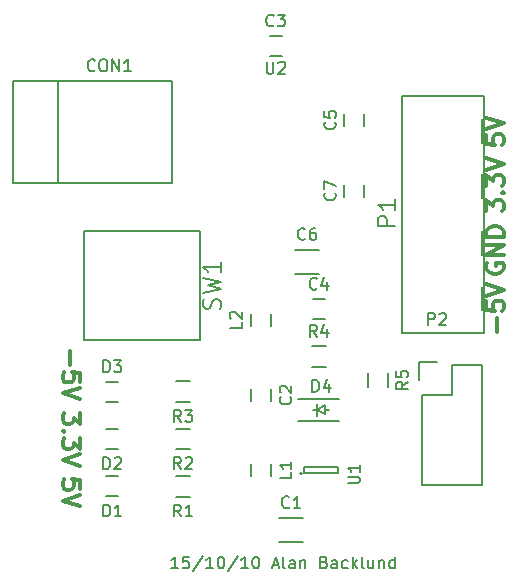
<source format=gbr>
%FSLAX46Y46*%
G04 Gerber Fmt 4.6, Leading zero omitted, Abs format (unit mm)*
G04 Created by KiCad (PCBNEW (2014-10-22 BZR 5214)-product) date Sat 10 Oct 2015 08:53:24 PM EDT*
%MOMM*%
G01*
G04 APERTURE LIST*
%ADD10C,0.200000*%
%ADD11C,0.150000*%
%ADD12C,0.300000*%
G04 APERTURE END LIST*
D10*
D11*
X161095237Y-147952381D02*
X160523808Y-147952381D01*
X160809522Y-147952381D02*
X160809522Y-146952381D01*
X160714284Y-147095238D01*
X160619046Y-147190476D01*
X160523808Y-147238095D01*
X161999999Y-146952381D02*
X161523808Y-146952381D01*
X161476189Y-147428571D01*
X161523808Y-147380952D01*
X161619046Y-147333333D01*
X161857142Y-147333333D01*
X161952380Y-147380952D01*
X161999999Y-147428571D01*
X162047618Y-147523810D01*
X162047618Y-147761905D01*
X161999999Y-147857143D01*
X161952380Y-147904762D01*
X161857142Y-147952381D01*
X161619046Y-147952381D01*
X161523808Y-147904762D01*
X161476189Y-147857143D01*
X163190475Y-146904762D02*
X162333332Y-148190476D01*
X164047618Y-147952381D02*
X163476189Y-147952381D01*
X163761903Y-147952381D02*
X163761903Y-146952381D01*
X163666665Y-147095238D01*
X163571427Y-147190476D01*
X163476189Y-147238095D01*
X164666665Y-146952381D02*
X164761904Y-146952381D01*
X164857142Y-147000000D01*
X164904761Y-147047619D01*
X164952380Y-147142857D01*
X164999999Y-147333333D01*
X164999999Y-147571429D01*
X164952380Y-147761905D01*
X164904761Y-147857143D01*
X164857142Y-147904762D01*
X164761904Y-147952381D01*
X164666665Y-147952381D01*
X164571427Y-147904762D01*
X164523808Y-147857143D01*
X164476189Y-147761905D01*
X164428570Y-147571429D01*
X164428570Y-147333333D01*
X164476189Y-147142857D01*
X164523808Y-147047619D01*
X164571427Y-147000000D01*
X164666665Y-146952381D01*
X166142856Y-146904762D02*
X165285713Y-148190476D01*
X166999999Y-147952381D02*
X166428570Y-147952381D01*
X166714284Y-147952381D02*
X166714284Y-146952381D01*
X166619046Y-147095238D01*
X166523808Y-147190476D01*
X166428570Y-147238095D01*
X167619046Y-146952381D02*
X167714285Y-146952381D01*
X167809523Y-147000000D01*
X167857142Y-147047619D01*
X167904761Y-147142857D01*
X167952380Y-147333333D01*
X167952380Y-147571429D01*
X167904761Y-147761905D01*
X167857142Y-147857143D01*
X167809523Y-147904762D01*
X167714285Y-147952381D01*
X167619046Y-147952381D01*
X167523808Y-147904762D01*
X167476189Y-147857143D01*
X167428570Y-147761905D01*
X167380951Y-147571429D01*
X167380951Y-147333333D01*
X167428570Y-147142857D01*
X167476189Y-147047619D01*
X167523808Y-147000000D01*
X167619046Y-146952381D01*
X169095237Y-147666667D02*
X169571428Y-147666667D01*
X168999999Y-147952381D02*
X169333332Y-146952381D01*
X169666666Y-147952381D01*
X170142856Y-147952381D02*
X170047618Y-147904762D01*
X169999999Y-147809524D01*
X169999999Y-146952381D01*
X170952381Y-147952381D02*
X170952381Y-147428571D01*
X170904762Y-147333333D01*
X170809524Y-147285714D01*
X170619047Y-147285714D01*
X170523809Y-147333333D01*
X170952381Y-147904762D02*
X170857143Y-147952381D01*
X170619047Y-147952381D01*
X170523809Y-147904762D01*
X170476190Y-147809524D01*
X170476190Y-147714286D01*
X170523809Y-147619048D01*
X170619047Y-147571429D01*
X170857143Y-147571429D01*
X170952381Y-147523810D01*
X171428571Y-147285714D02*
X171428571Y-147952381D01*
X171428571Y-147380952D02*
X171476190Y-147333333D01*
X171571428Y-147285714D01*
X171714286Y-147285714D01*
X171809524Y-147333333D01*
X171857143Y-147428571D01*
X171857143Y-147952381D01*
X173428572Y-147428571D02*
X173571429Y-147476190D01*
X173619048Y-147523810D01*
X173666667Y-147619048D01*
X173666667Y-147761905D01*
X173619048Y-147857143D01*
X173571429Y-147904762D01*
X173476191Y-147952381D01*
X173095238Y-147952381D01*
X173095238Y-146952381D01*
X173428572Y-146952381D01*
X173523810Y-147000000D01*
X173571429Y-147047619D01*
X173619048Y-147142857D01*
X173619048Y-147238095D01*
X173571429Y-147333333D01*
X173523810Y-147380952D01*
X173428572Y-147428571D01*
X173095238Y-147428571D01*
X174523810Y-147952381D02*
X174523810Y-147428571D01*
X174476191Y-147333333D01*
X174380953Y-147285714D01*
X174190476Y-147285714D01*
X174095238Y-147333333D01*
X174523810Y-147904762D02*
X174428572Y-147952381D01*
X174190476Y-147952381D01*
X174095238Y-147904762D01*
X174047619Y-147809524D01*
X174047619Y-147714286D01*
X174095238Y-147619048D01*
X174190476Y-147571429D01*
X174428572Y-147571429D01*
X174523810Y-147523810D01*
X175428572Y-147904762D02*
X175333334Y-147952381D01*
X175142857Y-147952381D01*
X175047619Y-147904762D01*
X175000000Y-147857143D01*
X174952381Y-147761905D01*
X174952381Y-147476190D01*
X175000000Y-147380952D01*
X175047619Y-147333333D01*
X175142857Y-147285714D01*
X175333334Y-147285714D01*
X175428572Y-147333333D01*
X175857143Y-147952381D02*
X175857143Y-146952381D01*
X175952381Y-147571429D02*
X176238096Y-147952381D01*
X176238096Y-147285714D02*
X175857143Y-147666667D01*
X176809524Y-147952381D02*
X176714286Y-147904762D01*
X176666667Y-147809524D01*
X176666667Y-146952381D01*
X177619049Y-147285714D02*
X177619049Y-147952381D01*
X177190477Y-147285714D02*
X177190477Y-147809524D01*
X177238096Y-147904762D01*
X177333334Y-147952381D01*
X177476192Y-147952381D01*
X177571430Y-147904762D01*
X177619049Y-147857143D01*
X178095239Y-147285714D02*
X178095239Y-147952381D01*
X178095239Y-147380952D02*
X178142858Y-147333333D01*
X178238096Y-147285714D01*
X178380954Y-147285714D01*
X178476192Y-147333333D01*
X178523811Y-147428571D01*
X178523811Y-147952381D01*
X179428573Y-147952381D02*
X179428573Y-146952381D01*
X179428573Y-147904762D02*
X179333335Y-147952381D01*
X179142858Y-147952381D01*
X179047620Y-147904762D01*
X179000001Y-147857143D01*
X178952382Y-147761905D01*
X178952382Y-147476190D01*
X179000001Y-147380952D01*
X179047620Y-147333333D01*
X179142858Y-147285714D01*
X179333335Y-147285714D01*
X179428573Y-147333333D01*
D12*
X152821429Y-141214287D02*
X152821429Y-140500001D01*
X152107143Y-140428572D01*
X152178571Y-140500001D01*
X152250000Y-140642858D01*
X152250000Y-141000001D01*
X152178571Y-141142858D01*
X152107143Y-141214287D01*
X151964286Y-141285715D01*
X151607143Y-141285715D01*
X151464286Y-141214287D01*
X151392857Y-141142858D01*
X151321429Y-141000001D01*
X151321429Y-140642858D01*
X151392857Y-140500001D01*
X151464286Y-140428572D01*
X152821429Y-141714286D02*
X151321429Y-142214286D01*
X152821429Y-142714286D01*
X152821429Y-134785715D02*
X152821429Y-135714286D01*
X152250000Y-135214286D01*
X152250000Y-135428572D01*
X152178571Y-135571429D01*
X152107143Y-135642858D01*
X151964286Y-135714286D01*
X151607143Y-135714286D01*
X151464286Y-135642858D01*
X151392857Y-135571429D01*
X151321429Y-135428572D01*
X151321429Y-135000000D01*
X151392857Y-134857143D01*
X151464286Y-134785715D01*
X151464286Y-136357143D02*
X151392857Y-136428571D01*
X151321429Y-136357143D01*
X151392857Y-136285714D01*
X151464286Y-136357143D01*
X151321429Y-136357143D01*
X152821429Y-136928572D02*
X152821429Y-137857143D01*
X152250000Y-137357143D01*
X152250000Y-137571429D01*
X152178571Y-137714286D01*
X152107143Y-137785715D01*
X151964286Y-137857143D01*
X151607143Y-137857143D01*
X151464286Y-137785715D01*
X151392857Y-137714286D01*
X151321429Y-137571429D01*
X151321429Y-137142857D01*
X151392857Y-137000000D01*
X151464286Y-136928572D01*
X152821429Y-138285714D02*
X151321429Y-138785714D01*
X152821429Y-139285714D01*
X151892857Y-129571429D02*
X151892857Y-130714286D01*
X152821429Y-132142858D02*
X152821429Y-131428572D01*
X152107143Y-131357143D01*
X152178571Y-131428572D01*
X152250000Y-131571429D01*
X152250000Y-131928572D01*
X152178571Y-132071429D01*
X152107143Y-132142858D01*
X151964286Y-132214286D01*
X151607143Y-132214286D01*
X151464286Y-132142858D01*
X151392857Y-132071429D01*
X151321429Y-131928572D01*
X151321429Y-131571429D01*
X151392857Y-131428572D01*
X151464286Y-131357143D01*
X152821429Y-132642857D02*
X151321429Y-133142857D01*
X152821429Y-133642857D01*
X187178571Y-111285713D02*
X187178571Y-111999999D01*
X187892857Y-112071428D01*
X187821429Y-111999999D01*
X187750000Y-111857142D01*
X187750000Y-111499999D01*
X187821429Y-111357142D01*
X187892857Y-111285713D01*
X188035714Y-111214285D01*
X188392857Y-111214285D01*
X188535714Y-111285713D01*
X188607143Y-111357142D01*
X188678571Y-111499999D01*
X188678571Y-111857142D01*
X188607143Y-111999999D01*
X188535714Y-112071428D01*
X187178571Y-110785714D02*
X188678571Y-110285714D01*
X187178571Y-109785714D01*
X187178571Y-117714285D02*
X187178571Y-116785714D01*
X187750000Y-117285714D01*
X187750000Y-117071428D01*
X187821429Y-116928571D01*
X187892857Y-116857142D01*
X188035714Y-116785714D01*
X188392857Y-116785714D01*
X188535714Y-116857142D01*
X188607143Y-116928571D01*
X188678571Y-117071428D01*
X188678571Y-117500000D01*
X188607143Y-117642857D01*
X188535714Y-117714285D01*
X188535714Y-116142857D02*
X188607143Y-116071429D01*
X188678571Y-116142857D01*
X188607143Y-116214286D01*
X188535714Y-116142857D01*
X188678571Y-116142857D01*
X187178571Y-115571428D02*
X187178571Y-114642857D01*
X187750000Y-115142857D01*
X187750000Y-114928571D01*
X187821429Y-114785714D01*
X187892857Y-114714285D01*
X188035714Y-114642857D01*
X188392857Y-114642857D01*
X188535714Y-114714285D01*
X188607143Y-114785714D01*
X188678571Y-114928571D01*
X188678571Y-115357143D01*
X188607143Y-115500000D01*
X188535714Y-115571428D01*
X187178571Y-114214286D02*
X188678571Y-113714286D01*
X187178571Y-113214286D01*
X188107143Y-127928571D02*
X188107143Y-126785714D01*
X187178571Y-125357142D02*
X187178571Y-126071428D01*
X187892857Y-126142857D01*
X187821429Y-126071428D01*
X187750000Y-125928571D01*
X187750000Y-125571428D01*
X187821429Y-125428571D01*
X187892857Y-125357142D01*
X188035714Y-125285714D01*
X188392857Y-125285714D01*
X188535714Y-125357142D01*
X188607143Y-125428571D01*
X188678571Y-125571428D01*
X188678571Y-125928571D01*
X188607143Y-126071428D01*
X188535714Y-126142857D01*
X187178571Y-124857143D02*
X188678571Y-124357143D01*
X187178571Y-123857143D01*
X187250000Y-122142857D02*
X187178571Y-122285714D01*
X187178571Y-122500000D01*
X187250000Y-122714285D01*
X187392857Y-122857143D01*
X187535714Y-122928571D01*
X187821429Y-123000000D01*
X188035714Y-123000000D01*
X188321429Y-122928571D01*
X188464286Y-122857143D01*
X188607143Y-122714285D01*
X188678571Y-122500000D01*
X188678571Y-122357143D01*
X188607143Y-122142857D01*
X188535714Y-122071428D01*
X188035714Y-122071428D01*
X188035714Y-122357143D01*
X188678571Y-121428571D02*
X187178571Y-121428571D01*
X188678571Y-120571428D01*
X187178571Y-120571428D01*
X188678571Y-119857142D02*
X187178571Y-119857142D01*
X187178571Y-119499999D01*
X187250000Y-119285714D01*
X187392857Y-119142856D01*
X187535714Y-119071428D01*
X187821429Y-118999999D01*
X188035714Y-118999999D01*
X188321429Y-119071428D01*
X188464286Y-119142856D01*
X188607143Y-119285714D01*
X188678571Y-119499999D01*
X188678571Y-119857142D01*
D11*
X171660000Y-143675000D02*
X169660000Y-143675000D01*
X169660000Y-145725000D02*
X171660000Y-145725000D01*
X168970000Y-133770000D02*
X168970000Y-132770000D01*
X167270000Y-132770000D02*
X167270000Y-133770000D01*
X169840000Y-102860000D02*
X168840000Y-102860000D01*
X168840000Y-104560000D02*
X169840000Y-104560000D01*
X173500000Y-125150000D02*
X172500000Y-125150000D01*
X172500000Y-126850000D02*
X173500000Y-126850000D01*
X175150000Y-109500000D02*
X175150000Y-110500000D01*
X176850000Y-110500000D02*
X176850000Y-109500000D01*
X173000000Y-120975000D02*
X171000000Y-120975000D01*
X171000000Y-123025000D02*
X173000000Y-123025000D01*
X147888000Y-106682000D02*
X147126000Y-106682000D01*
X147126000Y-106682000D02*
X147126000Y-115318000D01*
X147126000Y-115318000D02*
X147888000Y-115318000D01*
X150936000Y-106682000D02*
X150936000Y-115318000D01*
X160588000Y-106682000D02*
X160588000Y-115318000D01*
X147888000Y-115318000D02*
X160588000Y-115318000D01*
X147888000Y-106682000D02*
X160588000Y-106682000D01*
X155000000Y-141850000D02*
X156000000Y-141850000D01*
X156000000Y-140150000D02*
X155000000Y-140150000D01*
X155000000Y-137850000D02*
X156000000Y-137850000D01*
X156000000Y-136150000D02*
X155000000Y-136150000D01*
X156000000Y-132150000D02*
X155000000Y-132150000D01*
X155000000Y-133850000D02*
X156000000Y-133850000D01*
X173517500Y-134540000D02*
X173898500Y-134540000D01*
X172501500Y-134540000D02*
X172882500Y-134540000D01*
X172882500Y-134540000D02*
X173517500Y-134159000D01*
X173517500Y-134159000D02*
X173517500Y-134921000D01*
X173517500Y-134921000D02*
X172882500Y-134540000D01*
X172882500Y-134032000D02*
X172882500Y-135048000D01*
X171200000Y-135440000D02*
X174740000Y-135440000D01*
X171200000Y-133640000D02*
X174740000Y-133640000D01*
X168970000Y-140120000D02*
X168970000Y-139120000D01*
X167270000Y-139120000D02*
X167270000Y-140120000D01*
X167270000Y-126420000D02*
X167270000Y-127420000D01*
X168970000Y-127420000D02*
X168970000Y-126420000D01*
X181730000Y-133270000D02*
X181730000Y-140890000D01*
X181730000Y-140890000D02*
X186810000Y-140890000D01*
X186810000Y-140890000D02*
X186810000Y-130730000D01*
X186810000Y-130730000D02*
X184270000Y-130730000D01*
X183000000Y-130450000D02*
X181450000Y-130450000D01*
X184270000Y-130730000D02*
X184270000Y-133270000D01*
X184270000Y-133270000D02*
X181730000Y-133270000D01*
X181450000Y-130450000D02*
X181450000Y-132000000D01*
X160900000Y-140125000D02*
X162100000Y-140125000D01*
X162100000Y-141875000D02*
X160900000Y-141875000D01*
X160900000Y-136125000D02*
X162100000Y-136125000D01*
X162100000Y-137875000D02*
X160900000Y-137875000D01*
X160900000Y-132125000D02*
X162100000Y-132125000D01*
X162100000Y-133875000D02*
X160900000Y-133875000D01*
X173600000Y-130875000D02*
X172400000Y-130875000D01*
X172400000Y-129125000D02*
X173600000Y-129125000D01*
X177125000Y-132600000D02*
X177125000Y-131400000D01*
X178875000Y-131400000D02*
X178875000Y-132600000D01*
X171600000Y-139920000D02*
G75*
G03X171600000Y-139920000I-100000J0D01*
G01*
X171750000Y-139370000D02*
X171750000Y-139870000D01*
X174650000Y-139370000D02*
X171750000Y-139370000D01*
X174650000Y-139870000D02*
X174650000Y-139370000D01*
X171750000Y-139870000D02*
X174650000Y-139870000D01*
X153100000Y-119400000D02*
X153100000Y-128600000D01*
X162900000Y-119400000D02*
X162900000Y-128600000D01*
X153100000Y-128600000D02*
X162900000Y-128600000D01*
X153100000Y-119400000D02*
X162900000Y-119400000D01*
X176850000Y-116500000D02*
X176850000Y-115500000D01*
X175150000Y-115500000D02*
X175150000Y-116500000D01*
X186800000Y-124100000D02*
X186800000Y-126100000D01*
X186800000Y-119400000D02*
X186800000Y-121400000D01*
X186800000Y-114600000D02*
X186800000Y-116600000D01*
X186800000Y-109900000D02*
X186800000Y-111900000D01*
X187000000Y-128000000D02*
X180000000Y-128000000D01*
X187000000Y-108000000D02*
X180000000Y-108000000D01*
X187000000Y-108000000D02*
X187000000Y-128000000D01*
X180000000Y-108000000D02*
X180000000Y-128000000D01*
X170493334Y-142757143D02*
X170445715Y-142804762D01*
X170302858Y-142852381D01*
X170207620Y-142852381D01*
X170064762Y-142804762D01*
X169969524Y-142709524D01*
X169921905Y-142614286D01*
X169874286Y-142423810D01*
X169874286Y-142280952D01*
X169921905Y-142090476D01*
X169969524Y-141995238D01*
X170064762Y-141900000D01*
X170207620Y-141852381D01*
X170302858Y-141852381D01*
X170445715Y-141900000D01*
X170493334Y-141947619D01*
X171445715Y-142852381D02*
X170874286Y-142852381D01*
X171160000Y-142852381D02*
X171160000Y-141852381D01*
X171064762Y-141995238D01*
X170969524Y-142090476D01*
X170874286Y-142138095D01*
X170577143Y-133436666D02*
X170624762Y-133484285D01*
X170672381Y-133627142D01*
X170672381Y-133722380D01*
X170624762Y-133865238D01*
X170529524Y-133960476D01*
X170434286Y-134008095D01*
X170243810Y-134055714D01*
X170100952Y-134055714D01*
X169910476Y-134008095D01*
X169815238Y-133960476D01*
X169720000Y-133865238D01*
X169672381Y-133722380D01*
X169672381Y-133627142D01*
X169720000Y-133484285D01*
X169767619Y-133436666D01*
X169767619Y-133055714D02*
X169720000Y-133008095D01*
X169672381Y-132912857D01*
X169672381Y-132674761D01*
X169720000Y-132579523D01*
X169767619Y-132531904D01*
X169862857Y-132484285D01*
X169958095Y-132484285D01*
X170100952Y-132531904D01*
X170672381Y-133103333D01*
X170672381Y-132484285D01*
X169173334Y-101967143D02*
X169125715Y-102014762D01*
X168982858Y-102062381D01*
X168887620Y-102062381D01*
X168744762Y-102014762D01*
X168649524Y-101919524D01*
X168601905Y-101824286D01*
X168554286Y-101633810D01*
X168554286Y-101490952D01*
X168601905Y-101300476D01*
X168649524Y-101205238D01*
X168744762Y-101110000D01*
X168887620Y-101062381D01*
X168982858Y-101062381D01*
X169125715Y-101110000D01*
X169173334Y-101157619D01*
X169506667Y-101062381D02*
X170125715Y-101062381D01*
X169792381Y-101443333D01*
X169935239Y-101443333D01*
X170030477Y-101490952D01*
X170078096Y-101538571D01*
X170125715Y-101633810D01*
X170125715Y-101871905D01*
X170078096Y-101967143D01*
X170030477Y-102014762D01*
X169935239Y-102062381D01*
X169649524Y-102062381D01*
X169554286Y-102014762D01*
X169506667Y-101967143D01*
X172833334Y-124257143D02*
X172785715Y-124304762D01*
X172642858Y-124352381D01*
X172547620Y-124352381D01*
X172404762Y-124304762D01*
X172309524Y-124209524D01*
X172261905Y-124114286D01*
X172214286Y-123923810D01*
X172214286Y-123780952D01*
X172261905Y-123590476D01*
X172309524Y-123495238D01*
X172404762Y-123400000D01*
X172547620Y-123352381D01*
X172642858Y-123352381D01*
X172785715Y-123400000D01*
X172833334Y-123447619D01*
X173690477Y-123685714D02*
X173690477Y-124352381D01*
X173452381Y-123304762D02*
X173214286Y-124019048D01*
X173833334Y-124019048D01*
X174357143Y-110166666D02*
X174404762Y-110214285D01*
X174452381Y-110357142D01*
X174452381Y-110452380D01*
X174404762Y-110595238D01*
X174309524Y-110690476D01*
X174214286Y-110738095D01*
X174023810Y-110785714D01*
X173880952Y-110785714D01*
X173690476Y-110738095D01*
X173595238Y-110690476D01*
X173500000Y-110595238D01*
X173452381Y-110452380D01*
X173452381Y-110357142D01*
X173500000Y-110214285D01*
X173547619Y-110166666D01*
X173452381Y-109261904D02*
X173452381Y-109738095D01*
X173928571Y-109785714D01*
X173880952Y-109738095D01*
X173833333Y-109642857D01*
X173833333Y-109404761D01*
X173880952Y-109309523D01*
X173928571Y-109261904D01*
X174023810Y-109214285D01*
X174261905Y-109214285D01*
X174357143Y-109261904D01*
X174404762Y-109309523D01*
X174452381Y-109404761D01*
X174452381Y-109642857D01*
X174404762Y-109738095D01*
X174357143Y-109785714D01*
X171833334Y-120057143D02*
X171785715Y-120104762D01*
X171642858Y-120152381D01*
X171547620Y-120152381D01*
X171404762Y-120104762D01*
X171309524Y-120009524D01*
X171261905Y-119914286D01*
X171214286Y-119723810D01*
X171214286Y-119580952D01*
X171261905Y-119390476D01*
X171309524Y-119295238D01*
X171404762Y-119200000D01*
X171547620Y-119152381D01*
X171642858Y-119152381D01*
X171785715Y-119200000D01*
X171833334Y-119247619D01*
X172690477Y-119152381D02*
X172500000Y-119152381D01*
X172404762Y-119200000D01*
X172357143Y-119247619D01*
X172261905Y-119390476D01*
X172214286Y-119580952D01*
X172214286Y-119961905D01*
X172261905Y-120057143D01*
X172309524Y-120104762D01*
X172404762Y-120152381D01*
X172595239Y-120152381D01*
X172690477Y-120104762D01*
X172738096Y-120057143D01*
X172785715Y-119961905D01*
X172785715Y-119723810D01*
X172738096Y-119628571D01*
X172690477Y-119580952D01*
X172595239Y-119533333D01*
X172404762Y-119533333D01*
X172309524Y-119580952D01*
X172261905Y-119628571D01*
X172214286Y-119723810D01*
X154039715Y-105769143D02*
X153992096Y-105816762D01*
X153849239Y-105864381D01*
X153754001Y-105864381D01*
X153611143Y-105816762D01*
X153515905Y-105721524D01*
X153468286Y-105626286D01*
X153420667Y-105435810D01*
X153420667Y-105292952D01*
X153468286Y-105102476D01*
X153515905Y-105007238D01*
X153611143Y-104912000D01*
X153754001Y-104864381D01*
X153849239Y-104864381D01*
X153992096Y-104912000D01*
X154039715Y-104959619D01*
X154658762Y-104864381D02*
X154849239Y-104864381D01*
X154944477Y-104912000D01*
X155039715Y-105007238D01*
X155087334Y-105197714D01*
X155087334Y-105531048D01*
X155039715Y-105721524D01*
X154944477Y-105816762D01*
X154849239Y-105864381D01*
X154658762Y-105864381D01*
X154563524Y-105816762D01*
X154468286Y-105721524D01*
X154420667Y-105531048D01*
X154420667Y-105197714D01*
X154468286Y-105007238D01*
X154563524Y-104912000D01*
X154658762Y-104864381D01*
X155515905Y-105864381D02*
X155515905Y-104864381D01*
X156087334Y-105864381D01*
X156087334Y-104864381D01*
X157087334Y-105864381D02*
X156515905Y-105864381D01*
X156801619Y-105864381D02*
X156801619Y-104864381D01*
X156706381Y-105007238D01*
X156611143Y-105102476D01*
X156515905Y-105150095D01*
X154761905Y-143552381D02*
X154761905Y-142552381D01*
X155000000Y-142552381D01*
X155142858Y-142600000D01*
X155238096Y-142695238D01*
X155285715Y-142790476D01*
X155333334Y-142980952D01*
X155333334Y-143123810D01*
X155285715Y-143314286D01*
X155238096Y-143409524D01*
X155142858Y-143504762D01*
X155000000Y-143552381D01*
X154761905Y-143552381D01*
X156285715Y-143552381D02*
X155714286Y-143552381D01*
X156000000Y-143552381D02*
X156000000Y-142552381D01*
X155904762Y-142695238D01*
X155809524Y-142790476D01*
X155714286Y-142838095D01*
X154761905Y-139552381D02*
X154761905Y-138552381D01*
X155000000Y-138552381D01*
X155142858Y-138600000D01*
X155238096Y-138695238D01*
X155285715Y-138790476D01*
X155333334Y-138980952D01*
X155333334Y-139123810D01*
X155285715Y-139314286D01*
X155238096Y-139409524D01*
X155142858Y-139504762D01*
X155000000Y-139552381D01*
X154761905Y-139552381D01*
X155714286Y-138647619D02*
X155761905Y-138600000D01*
X155857143Y-138552381D01*
X156095239Y-138552381D01*
X156190477Y-138600000D01*
X156238096Y-138647619D01*
X156285715Y-138742857D01*
X156285715Y-138838095D01*
X156238096Y-138980952D01*
X155666667Y-139552381D01*
X156285715Y-139552381D01*
X154761905Y-131352381D02*
X154761905Y-130352381D01*
X155000000Y-130352381D01*
X155142858Y-130400000D01*
X155238096Y-130495238D01*
X155285715Y-130590476D01*
X155333334Y-130780952D01*
X155333334Y-130923810D01*
X155285715Y-131114286D01*
X155238096Y-131209524D01*
X155142858Y-131304762D01*
X155000000Y-131352381D01*
X154761905Y-131352381D01*
X155666667Y-130352381D02*
X156285715Y-130352381D01*
X155952381Y-130733333D01*
X156095239Y-130733333D01*
X156190477Y-130780952D01*
X156238096Y-130828571D01*
X156285715Y-130923810D01*
X156285715Y-131161905D01*
X156238096Y-131257143D01*
X156190477Y-131304762D01*
X156095239Y-131352381D01*
X155809524Y-131352381D01*
X155714286Y-131304762D01*
X155666667Y-131257143D01*
X172461905Y-132992381D02*
X172461905Y-131992381D01*
X172700000Y-131992381D01*
X172842858Y-132040000D01*
X172938096Y-132135238D01*
X172985715Y-132230476D01*
X173033334Y-132420952D01*
X173033334Y-132563810D01*
X172985715Y-132754286D01*
X172938096Y-132849524D01*
X172842858Y-132944762D01*
X172700000Y-132992381D01*
X172461905Y-132992381D01*
X173890477Y-132325714D02*
X173890477Y-132992381D01*
X173652381Y-131944762D02*
X173414286Y-132659048D01*
X174033334Y-132659048D01*
X170672381Y-139786666D02*
X170672381Y-140262857D01*
X169672381Y-140262857D01*
X170672381Y-138929523D02*
X170672381Y-139500952D01*
X170672381Y-139215238D02*
X169672381Y-139215238D01*
X169815238Y-139310476D01*
X169910476Y-139405714D01*
X169958095Y-139500952D01*
X166472381Y-127086666D02*
X166472381Y-127562857D01*
X165472381Y-127562857D01*
X165567619Y-126800952D02*
X165520000Y-126753333D01*
X165472381Y-126658095D01*
X165472381Y-126419999D01*
X165520000Y-126324761D01*
X165567619Y-126277142D01*
X165662857Y-126229523D01*
X165758095Y-126229523D01*
X165900952Y-126277142D01*
X166472381Y-126848571D01*
X166472381Y-126229523D01*
X182261905Y-127352381D02*
X182261905Y-126352381D01*
X182642858Y-126352381D01*
X182738096Y-126400000D01*
X182785715Y-126447619D01*
X182833334Y-126542857D01*
X182833334Y-126685714D01*
X182785715Y-126780952D01*
X182738096Y-126828571D01*
X182642858Y-126876190D01*
X182261905Y-126876190D01*
X183214286Y-126447619D02*
X183261905Y-126400000D01*
X183357143Y-126352381D01*
X183595239Y-126352381D01*
X183690477Y-126400000D01*
X183738096Y-126447619D01*
X183785715Y-126542857D01*
X183785715Y-126638095D01*
X183738096Y-126780952D01*
X183166667Y-127352381D01*
X183785715Y-127352381D01*
X161333334Y-143552381D02*
X161000000Y-143076190D01*
X160761905Y-143552381D02*
X160761905Y-142552381D01*
X161142858Y-142552381D01*
X161238096Y-142600000D01*
X161285715Y-142647619D01*
X161333334Y-142742857D01*
X161333334Y-142885714D01*
X161285715Y-142980952D01*
X161238096Y-143028571D01*
X161142858Y-143076190D01*
X160761905Y-143076190D01*
X162285715Y-143552381D02*
X161714286Y-143552381D01*
X162000000Y-143552381D02*
X162000000Y-142552381D01*
X161904762Y-142695238D01*
X161809524Y-142790476D01*
X161714286Y-142838095D01*
X161333334Y-139552381D02*
X161000000Y-139076190D01*
X160761905Y-139552381D02*
X160761905Y-138552381D01*
X161142858Y-138552381D01*
X161238096Y-138600000D01*
X161285715Y-138647619D01*
X161333334Y-138742857D01*
X161333334Y-138885714D01*
X161285715Y-138980952D01*
X161238096Y-139028571D01*
X161142858Y-139076190D01*
X160761905Y-139076190D01*
X161714286Y-138647619D02*
X161761905Y-138600000D01*
X161857143Y-138552381D01*
X162095239Y-138552381D01*
X162190477Y-138600000D01*
X162238096Y-138647619D01*
X162285715Y-138742857D01*
X162285715Y-138838095D01*
X162238096Y-138980952D01*
X161666667Y-139552381D01*
X162285715Y-139552381D01*
X161333334Y-135552381D02*
X161000000Y-135076190D01*
X160761905Y-135552381D02*
X160761905Y-134552381D01*
X161142858Y-134552381D01*
X161238096Y-134600000D01*
X161285715Y-134647619D01*
X161333334Y-134742857D01*
X161333334Y-134885714D01*
X161285715Y-134980952D01*
X161238096Y-135028571D01*
X161142858Y-135076190D01*
X160761905Y-135076190D01*
X161666667Y-134552381D02*
X162285715Y-134552381D01*
X161952381Y-134933333D01*
X162095239Y-134933333D01*
X162190477Y-134980952D01*
X162238096Y-135028571D01*
X162285715Y-135123810D01*
X162285715Y-135361905D01*
X162238096Y-135457143D01*
X162190477Y-135504762D01*
X162095239Y-135552381D01*
X161809524Y-135552381D01*
X161714286Y-135504762D01*
X161666667Y-135457143D01*
X172833334Y-128352381D02*
X172500000Y-127876190D01*
X172261905Y-128352381D02*
X172261905Y-127352381D01*
X172642858Y-127352381D01*
X172738096Y-127400000D01*
X172785715Y-127447619D01*
X172833334Y-127542857D01*
X172833334Y-127685714D01*
X172785715Y-127780952D01*
X172738096Y-127828571D01*
X172642858Y-127876190D01*
X172261905Y-127876190D01*
X173690477Y-127685714D02*
X173690477Y-128352381D01*
X173452381Y-127304762D02*
X173214286Y-128019048D01*
X173833334Y-128019048D01*
X180552381Y-132166666D02*
X180076190Y-132500000D01*
X180552381Y-132738095D02*
X179552381Y-132738095D01*
X179552381Y-132357142D01*
X179600000Y-132261904D01*
X179647619Y-132214285D01*
X179742857Y-132166666D01*
X179885714Y-132166666D01*
X179980952Y-132214285D01*
X180028571Y-132261904D01*
X180076190Y-132357142D01*
X180076190Y-132738095D01*
X179552381Y-131261904D02*
X179552381Y-131738095D01*
X180028571Y-131785714D01*
X179980952Y-131738095D01*
X179933333Y-131642857D01*
X179933333Y-131404761D01*
X179980952Y-131309523D01*
X180028571Y-131261904D01*
X180123810Y-131214285D01*
X180361905Y-131214285D01*
X180457143Y-131261904D01*
X180504762Y-131309523D01*
X180552381Y-131404761D01*
X180552381Y-131642857D01*
X180504762Y-131738095D01*
X180457143Y-131785714D01*
X175452381Y-140761905D02*
X176261905Y-140761905D01*
X176357143Y-140714286D01*
X176404762Y-140666667D01*
X176452381Y-140571429D01*
X176452381Y-140380952D01*
X176404762Y-140285714D01*
X176357143Y-140238095D01*
X176261905Y-140190476D01*
X175452381Y-140190476D01*
X176452381Y-139190476D02*
X176452381Y-139761905D01*
X176452381Y-139476191D02*
X175452381Y-139476191D01*
X175595238Y-139571429D01*
X175690476Y-139666667D01*
X175738095Y-139761905D01*
X168578095Y-105067381D02*
X168578095Y-105876905D01*
X168625714Y-105972143D01*
X168673333Y-106019762D01*
X168768571Y-106067381D01*
X168959048Y-106067381D01*
X169054286Y-106019762D01*
X169101905Y-105972143D01*
X169149524Y-105876905D01*
X169149524Y-105067381D01*
X169578095Y-105162619D02*
X169625714Y-105115000D01*
X169720952Y-105067381D01*
X169959048Y-105067381D01*
X170054286Y-105115000D01*
X170101905Y-105162619D01*
X170149524Y-105257857D01*
X170149524Y-105353095D01*
X170101905Y-105495952D01*
X169530476Y-106067381D01*
X170149524Y-106067381D01*
X164607143Y-126000000D02*
X164678571Y-125785714D01*
X164678571Y-125428571D01*
X164607143Y-125285714D01*
X164535714Y-125214285D01*
X164392857Y-125142857D01*
X164250000Y-125142857D01*
X164107143Y-125214285D01*
X164035714Y-125285714D01*
X163964286Y-125428571D01*
X163892857Y-125714285D01*
X163821429Y-125857143D01*
X163750000Y-125928571D01*
X163607143Y-126000000D01*
X163464286Y-126000000D01*
X163321429Y-125928571D01*
X163250000Y-125857143D01*
X163178571Y-125714285D01*
X163178571Y-125357143D01*
X163250000Y-125142857D01*
X163178571Y-124642857D02*
X164678571Y-124285714D01*
X163607143Y-124000000D01*
X164678571Y-123714286D01*
X163178571Y-123357143D01*
X164678571Y-122000000D02*
X164678571Y-122857143D01*
X164678571Y-122428571D02*
X163178571Y-122428571D01*
X163392857Y-122571428D01*
X163535714Y-122714286D01*
X163607143Y-122857143D01*
X174357143Y-116166666D02*
X174404762Y-116214285D01*
X174452381Y-116357142D01*
X174452381Y-116452380D01*
X174404762Y-116595238D01*
X174309524Y-116690476D01*
X174214286Y-116738095D01*
X174023810Y-116785714D01*
X173880952Y-116785714D01*
X173690476Y-116738095D01*
X173595238Y-116690476D01*
X173500000Y-116595238D01*
X173452381Y-116452380D01*
X173452381Y-116357142D01*
X173500000Y-116214285D01*
X173547619Y-116166666D01*
X173452381Y-115833333D02*
X173452381Y-115166666D01*
X174452381Y-115595238D01*
X179478571Y-119007142D02*
X177978571Y-119007142D01*
X177978571Y-118435714D01*
X178050000Y-118292856D01*
X178121429Y-118221428D01*
X178264286Y-118149999D01*
X178478571Y-118149999D01*
X178621429Y-118221428D01*
X178692857Y-118292856D01*
X178764286Y-118435714D01*
X178764286Y-119007142D01*
X179478571Y-116721428D02*
X179478571Y-117578571D01*
X179478571Y-117149999D02*
X177978571Y-117149999D01*
X178192857Y-117292856D01*
X178335714Y-117435714D01*
X178407143Y-117578571D01*
M02*

</source>
